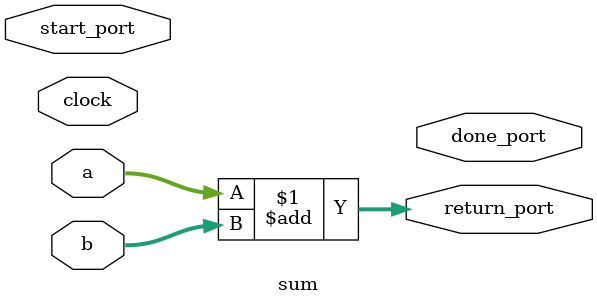
<source format=v>
module sum(start_port, done_port, return_port, clock, a, b);

input [31:0] a;
input [31:0] b;
input start_port;
input clock;

output [31:0] return_port;
output done_port;

assign return_port = a + b;

endmodule


</source>
